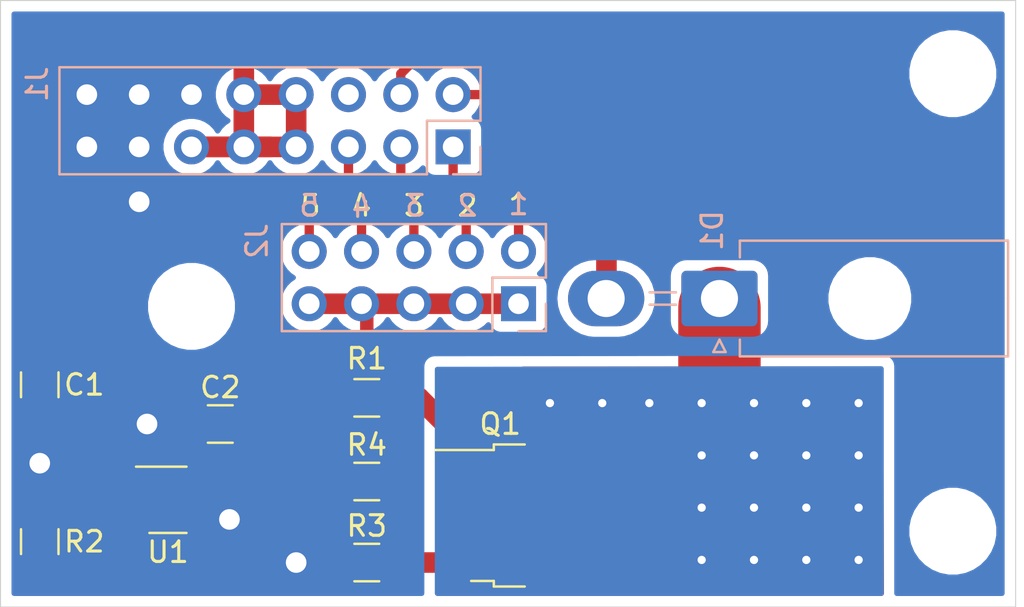
<source format=kicad_pcb>
(kicad_pcb (version 20171130) (host pcbnew 5.1.5-52549c5~86~ubuntu18.04.1)

  (general
    (thickness 1.6)
    (drawings 14)
    (tracks 102)
    (zones 0)
    (modules 14)
    (nets 15)
  )

  (page A4)
  (layers
    (0 F.Cu signal)
    (31 B.Cu signal)
    (32 B.Adhes user)
    (33 F.Adhes user)
    (34 B.Paste user)
    (35 F.Paste user)
    (36 B.SilkS user)
    (37 F.SilkS user)
    (38 B.Mask user)
    (39 F.Mask user)
    (40 Dwgs.User user)
    (41 Cmts.User user)
    (42 Eco1.User user)
    (43 Eco2.User user)
    (44 Edge.Cuts user)
    (45 Margin user)
    (46 B.CrtYd user)
    (47 F.CrtYd user)
    (48 B.Fab user hide)
    (49 F.Fab user hide)
  )

  (setup
    (last_trace_width 0.25)
    (user_trace_width 0.45)
    (user_trace_width 0.65)
    (user_trace_width 1)
    (trace_clearance 0.2)
    (zone_clearance 0.508)
    (zone_45_only no)
    (trace_min 0.2)
    (via_size 0.8)
    (via_drill 0.4)
    (via_min_size 0.4)
    (via_min_drill 0.3)
    (user_via 2 1)
    (uvia_size 0.3)
    (uvia_drill 0.1)
    (uvias_allowed no)
    (uvia_min_size 0.2)
    (uvia_min_drill 0.1)
    (edge_width 0.05)
    (segment_width 0.2)
    (pcb_text_width 0.3)
    (pcb_text_size 1.5 1.5)
    (mod_edge_width 0.12)
    (mod_text_size 1 1)
    (mod_text_width 0.15)
    (pad_size 3 3)
    (pad_drill 3)
    (pad_to_mask_clearance 0.051)
    (solder_mask_min_width 0.25)
    (aux_axis_origin 0 0)
    (visible_elements FFFFFF7F)
    (pcbplotparams
      (layerselection 0x00000_7fffffff)
      (usegerberextensions false)
      (usegerberattributes false)
      (usegerberadvancedattributes false)
      (creategerberjobfile false)
      (excludeedgelayer true)
      (linewidth 0.100000)
      (plotframeref false)
      (viasonmask false)
      (mode 1)
      (useauxorigin false)
      (hpglpennumber 1)
      (hpglpenspeed 20)
      (hpglpendiameter 15.000000)
      (psnegative true)
      (psa4output false)
      (plotreference true)
      (plotvalue true)
      (plotinvisibletext false)
      (padsonsilk false)
      (subtractmaskfromsilk false)
      (outputformat 5)
      (mirror true)
      (drillshape 2)
      (scaleselection 1)
      (outputdirectory ""))
  )

  (net 0 "")
  (net 1 /UV_LED_DRIVER_MODULE/LED_CATHODE_OUT)
  (net 2 /UV_PWM)
  (net 3 GNDS)
  (net 4 VPP)
  (net 5 "Net-(C2-Pad1)")
  (net 6 "Net-(J1-Pad6)")
  (net 7 /LED_PWM_OUT5)
  (net 8 /LED_PWM_OUT4)
  (net 9 /LED_PWM_OUT3)
  (net 10 /LED_PWM_OUT2)
  (net 11 /LED_PWM_OUT1)
  (net 12 "Net-(Q1-Pad3)")
  (net 13 "Net-(Q1-Pad1)")
  (net 14 "Net-(U1-Pad1)")

  (net_class Default "This is the default net class."
    (clearance 0.2)
    (trace_width 0.25)
    (via_dia 0.8)
    (via_drill 0.4)
    (uvia_dia 0.3)
    (uvia_drill 0.1)
    (add_net /LED_PWM_OUT1)
    (add_net /LED_PWM_OUT2)
    (add_net /LED_PWM_OUT3)
    (add_net /LED_PWM_OUT4)
    (add_net /LED_PWM_OUT5)
    (add_net /UV_LED_DRIVER_MODULE/LED_CATHODE_OUT)
    (add_net /UV_PWM)
    (add_net GNDS)
    (add_net "Net-(C2-Pad1)")
    (add_net "Net-(J1-Pad6)")
    (add_net "Net-(Q1-Pad1)")
    (add_net "Net-(Q1-Pad3)")
    (add_net "Net-(U1-Pad1)")
    (add_net VPP)
  )

  (module Connector_Molex:Molex_Mini-Fit_Jr_5569-02A2_2x01_P4.20mm_Horizontal (layer B.Cu) (tedit 5B7818E8) (tstamp 5EAD7F78)
    (at 181.7116 73.914 90)
    (descr "Molex Mini-Fit Jr. Power Connectors, old mpn/engineering number: 5569-02A2, example for new mpn: 39-30-0020, 1 Pins per row, Mounting: Snap-in Plastic Peg PCB Lock (http://www.molex.com/pdm_docs/sd/039300020_sd.pdf), generated with kicad-footprint-generator")
    (tags "connector Molex Mini-Fit_Jr top entryplastic_peg")
    (path /5EA4E981)
    (fp_text reference D1 (at 3.302 -0.3556 270) (layer B.SilkS)
      (effects (font (size 1 1) (thickness 0.15)) (justify mirror))
    )
    (fp_text value LED_Series (at 0 -8.55 90) (layer B.Fab)
      (effects (font (size 1 1) (thickness 0.15)) (justify mirror))
    )
    (fp_text user %R (at 0 13.2 90) (layer B.Fab)
      (effects (font (size 1 1) (thickness 0.15)) (justify mirror))
    )
    (fp_line (start 3.2 14.4) (end -3.2 14.4) (layer B.CrtYd) (width 0.05))
    (fp_line (start 3.2 -7.85) (end 3.2 14.4) (layer B.CrtYd) (width 0.05))
    (fp_line (start -3.2 -7.85) (end 3.2 -7.85) (layer B.CrtYd) (width 0.05))
    (fp_line (start -3.2 14.4) (end -3.2 -7.85) (layer B.CrtYd) (width 0.05))
    (fp_line (start 0 2.514214) (end 1 1.1) (layer B.Fab) (width 0.1))
    (fp_line (start -1 1.1) (end 0 2.514214) (layer B.Fab) (width 0.1))
    (fp_line (start -2.6 0.3) (end -2 0) (layer B.SilkS) (width 0.12))
    (fp_line (start -2.6 -0.3) (end -2.6 0.3) (layer B.SilkS) (width 0.12))
    (fp_line (start -2 0) (end -2.6 -0.3) (layer B.SilkS) (width 0.12))
    (fp_line (start 0.3 -2.11) (end 0.3 -3.39) (layer B.SilkS) (width 0.12))
    (fp_line (start -0.3 -2.11) (end -0.3 -3.39) (layer B.SilkS) (width 0.12))
    (fp_line (start 2.81 14.01) (end 0 14.01) (layer B.SilkS) (width 0.12))
    (fp_line (start 2.81 0.99) (end 2.81 14.01) (layer B.SilkS) (width 0.12))
    (fp_line (start 2 0.99) (end 2.81 0.99) (layer B.SilkS) (width 0.12))
    (fp_line (start -2.81 14.01) (end 0 14.01) (layer B.SilkS) (width 0.12))
    (fp_line (start -2.81 0.99) (end -2.81 14.01) (layer B.SilkS) (width 0.12))
    (fp_line (start -2 0.99) (end -2.81 0.99) (layer B.SilkS) (width 0.12))
    (fp_line (start 2.7 13.9) (end -2.7 13.9) (layer B.Fab) (width 0.1))
    (fp_line (start 2.7 1.1) (end 2.7 13.9) (layer B.Fab) (width 0.1))
    (fp_line (start -2.7 1.1) (end 2.7 1.1) (layer B.Fab) (width 0.1))
    (fp_line (start -2.7 13.9) (end -2.7 1.1) (layer B.Fab) (width 0.1))
    (pad "" np_thru_hole circle (at 0 7.3 90) (size 3 3) (drill 3) (layers *.Cu *.Mask))
    (pad 2 thru_hole oval (at 0 -5.5 90) (size 2.7 3.7) (drill 1.8) (layers *.Cu *.Mask)
      (net 4 VPP))
    (pad 1 thru_hole roundrect (at 0 0 90) (size 2.7 3.7) (drill 1.8) (layers *.Cu *.Mask) (roundrect_rratio 0.09259299999999999)
      (net 1 /UV_LED_DRIVER_MODULE/LED_CATHODE_OUT))
    (model ${KIPRJMOD}/3D/39301020.stp
      (offset (xyz 0 14 0))
      (scale (xyz 1 1 1))
      (rotate (xyz -90 0 180))
    )
  )

  (module MountingHole:MountingHole_3.2mm_M3 locked (layer F.Cu) (tedit 56D1B4CB) (tstamp 5EAD82C3)
    (at 193.04 62.992)
    (descr "Mounting Hole 3.2mm, no annular, M3")
    (tags "mounting hole 3.2mm no annular m3")
    (attr virtual)
    (fp_text reference REF** (at 6.096 -2.54) (layer F.SilkS) hide
      (effects (font (size 1 1) (thickness 0.15)))
    )
    (fp_text value MountingHole_3.2mm_M3 (at 0 4.2) (layer F.Fab)
      (effects (font (size 1 1) (thickness 0.15)))
    )
    (fp_circle (center 0 0) (end 3.45 0) (layer F.CrtYd) (width 0.05))
    (fp_circle (center 0 0) (end 3.2 0) (layer Cmts.User) (width 0.15))
    (fp_text user %R (at 0.3 0) (layer F.Fab)
      (effects (font (size 1 1) (thickness 0.15)))
    )
    (pad 1 np_thru_hole circle (at 0 0) (size 3.2 3.2) (drill 3.2) (layers *.Cu *.Mask))
  )

  (module MountingHole:MountingHole_3.2mm_M3 locked (layer F.Cu) (tedit 56D1B4CB) (tstamp 5EAD7D48)
    (at 193.04 85.217)
    (descr "Mounting Hole 3.2mm, no annular, M3")
    (tags "mounting hole 3.2mm no annular m3")
    (attr virtual)
    (fp_text reference REF** (at 6.096 -2.54) (layer F.SilkS) hide
      (effects (font (size 1 1) (thickness 0.15)))
    )
    (fp_text value MountingHole_3.2mm_M3 (at 0 4.2) (layer F.Fab)
      (effects (font (size 1 1) (thickness 0.15)))
    )
    (fp_text user %R (at 0.3 0) (layer F.Fab)
      (effects (font (size 1 1) (thickness 0.15)))
    )
    (fp_circle (center 0 0) (end 3.2 0) (layer Cmts.User) (width 0.15))
    (fp_circle (center 0 0) (end 3.45 0) (layer F.CrtYd) (width 0.05))
    (pad 1 np_thru_hole circle (at 0 0) (size 3.2 3.2) (drill 3.2) (layers *.Cu *.Mask))
  )

  (module MountingHole:MountingHole_3.2mm_M3 locked (layer F.Cu) (tedit 56D1B4CB) (tstamp 5EAD9209)
    (at 156.083 74.295)
    (descr "Mounting Hole 3.2mm, no annular, M3")
    (tags "mounting hole 3.2mm no annular m3")
    (attr virtual)
    (fp_text reference REF** (at -17.145 -2.032) (layer F.SilkS) hide
      (effects (font (size 1 1) (thickness 0.15)))
    )
    (fp_text value MountingHole_3.2mm_M3 (at 0 4.2) (layer F.Fab)
      (effects (font (size 1 1) (thickness 0.15)))
    )
    (fp_circle (center 0 0) (end 3.45 0) (layer F.CrtYd) (width 0.05))
    (fp_circle (center 0 0) (end 3.2 0) (layer Cmts.User) (width 0.15))
    (fp_text user %R (at 0.3 0) (layer F.Fab)
      (effects (font (size 1 1) (thickness 0.15)))
    )
    (pad 1 np_thru_hole circle (at 0 0) (size 3.2 3.2) (drill 3.2) (layers *.Cu *.Mask))
  )

  (module Package_TO_SOT_SMD:SOT-23-5 (layer F.Cu) (tedit 5A02FF57) (tstamp 5EACD696)
    (at 154.94 83.693)
    (descr "5-pin SOT23 package")
    (tags SOT-23-5)
    (path /5EA57624/5EAB897C)
    (attr smd)
    (fp_text reference U1 (at 0 2.54) (layer F.SilkS)
      (effects (font (size 1 1) (thickness 0.15)))
    )
    (fp_text value MCP1416 (at 0 2.9) (layer F.Fab)
      (effects (font (size 1 1) (thickness 0.15)))
    )
    (fp_line (start 0.9 -1.55) (end 0.9 1.55) (layer F.Fab) (width 0.1))
    (fp_line (start 0.9 1.55) (end -0.9 1.55) (layer F.Fab) (width 0.1))
    (fp_line (start -0.9 -0.9) (end -0.9 1.55) (layer F.Fab) (width 0.1))
    (fp_line (start 0.9 -1.55) (end -0.25 -1.55) (layer F.Fab) (width 0.1))
    (fp_line (start -0.9 -0.9) (end -0.25 -1.55) (layer F.Fab) (width 0.1))
    (fp_line (start -1.9 1.8) (end -1.9 -1.8) (layer F.CrtYd) (width 0.05))
    (fp_line (start 1.9 1.8) (end -1.9 1.8) (layer F.CrtYd) (width 0.05))
    (fp_line (start 1.9 -1.8) (end 1.9 1.8) (layer F.CrtYd) (width 0.05))
    (fp_line (start -1.9 -1.8) (end 1.9 -1.8) (layer F.CrtYd) (width 0.05))
    (fp_line (start 0.9 -1.61) (end -1.55 -1.61) (layer F.SilkS) (width 0.12))
    (fp_line (start -0.9 1.61) (end 0.9 1.61) (layer F.SilkS) (width 0.12))
    (fp_text user %R (at 0 0 90) (layer F.Fab)
      (effects (font (size 0.5 0.5) (thickness 0.075)))
    )
    (pad 5 smd rect (at 1.1 -0.95) (size 1.06 0.65) (layers F.Cu F.Paste F.Mask)
      (net 5 "Net-(C2-Pad1)"))
    (pad 4 smd rect (at 1.1 0.95) (size 1.06 0.65) (layers F.Cu F.Paste F.Mask)
      (net 3 GNDS))
    (pad 3 smd rect (at -1.1 0.95) (size 1.06 0.65) (layers F.Cu F.Paste F.Mask)
      (net 2 /UV_PWM))
    (pad 2 smd rect (at -1.1 0) (size 1.06 0.65) (layers F.Cu F.Paste F.Mask)
      (net 4 VPP))
    (pad 1 smd rect (at -1.1 -0.95) (size 1.06 0.65) (layers F.Cu F.Paste F.Mask)
      (net 14 "Net-(U1-Pad1)"))
    (model ${KISYS3DMOD}/Package_TO_SOT_SMD.3dshapes/SOT-23-5.wrl
      (at (xyz 0 0 0))
      (scale (xyz 1 1 1))
      (rotate (xyz 0 0 0))
    )
  )

  (module Resistor_SMD:R_1206_3216Metric_Pad1.42x1.75mm_HandSolder (layer F.Cu) (tedit 5B301BBD) (tstamp 5EACD681)
    (at 164.592 82.804 180)
    (descr "Resistor SMD 1206 (3216 Metric), square (rectangular) end terminal, IPC_7351 nominal with elongated pad for handsoldering. (Body size source: http://www.tortai-tech.com/upload/download/2011102023233369053.pdf), generated with kicad-footprint-generator")
    (tags "resistor handsolder")
    (path /5EA57624/5EB06256)
    (attr smd)
    (fp_text reference R4 (at 0 1.778) (layer F.SilkS)
      (effects (font (size 1 1) (thickness 0.15)))
    )
    (fp_text value 1R (at 0 1.82) (layer F.Fab)
      (effects (font (size 1 1) (thickness 0.15)))
    )
    (fp_text user %R (at 0 0) (layer F.Fab)
      (effects (font (size 0.8 0.8) (thickness 0.12)))
    )
    (fp_line (start 2.45 1.12) (end -2.45 1.12) (layer F.CrtYd) (width 0.05))
    (fp_line (start 2.45 -1.12) (end 2.45 1.12) (layer F.CrtYd) (width 0.05))
    (fp_line (start -2.45 -1.12) (end 2.45 -1.12) (layer F.CrtYd) (width 0.05))
    (fp_line (start -2.45 1.12) (end -2.45 -1.12) (layer F.CrtYd) (width 0.05))
    (fp_line (start -0.602064 0.91) (end 0.602064 0.91) (layer F.SilkS) (width 0.12))
    (fp_line (start -0.602064 -0.91) (end 0.602064 -0.91) (layer F.SilkS) (width 0.12))
    (fp_line (start 1.6 0.8) (end -1.6 0.8) (layer F.Fab) (width 0.1))
    (fp_line (start 1.6 -0.8) (end 1.6 0.8) (layer F.Fab) (width 0.1))
    (fp_line (start -1.6 -0.8) (end 1.6 -0.8) (layer F.Fab) (width 0.1))
    (fp_line (start -1.6 0.8) (end -1.6 -0.8) (layer F.Fab) (width 0.1))
    (pad 2 smd roundrect (at 1.4875 0 180) (size 1.425 1.75) (layers F.Cu F.Paste F.Mask) (roundrect_rratio 0.175439)
      (net 3 GNDS))
    (pad 1 smd roundrect (at -1.4875 0 180) (size 1.425 1.75) (layers F.Cu F.Paste F.Mask) (roundrect_rratio 0.175439)
      (net 12 "Net-(Q1-Pad3)"))
    (model ${KISYS3DMOD}/Resistor_SMD.3dshapes/R_1206_3216Metric.wrl
      (at (xyz 0 0 0))
      (scale (xyz 1 1 1))
      (rotate (xyz 0 0 0))
    )
  )

  (module Resistor_SMD:R_1206_3216Metric_Pad1.42x1.75mm_HandSolder (layer F.Cu) (tedit 5B301BBD) (tstamp 5EACD670)
    (at 164.592 86.741 180)
    (descr "Resistor SMD 1206 (3216 Metric), square (rectangular) end terminal, IPC_7351 nominal with elongated pad for handsoldering. (Body size source: http://www.tortai-tech.com/upload/download/2011102023233369053.pdf), generated with kicad-footprint-generator")
    (tags "resistor handsolder")
    (path /5EA57624/5EB09A48)
    (attr smd)
    (fp_text reference R3 (at 0 1.778) (layer F.SilkS)
      (effects (font (size 1 1) (thickness 0.15)))
    )
    (fp_text value 1R (at 0 1.82) (layer F.Fab)
      (effects (font (size 1 1) (thickness 0.15)))
    )
    (fp_text user %R (at 0 0) (layer F.Fab)
      (effects (font (size 0.8 0.8) (thickness 0.12)))
    )
    (fp_line (start 2.45 1.12) (end -2.45 1.12) (layer F.CrtYd) (width 0.05))
    (fp_line (start 2.45 -1.12) (end 2.45 1.12) (layer F.CrtYd) (width 0.05))
    (fp_line (start -2.45 -1.12) (end 2.45 -1.12) (layer F.CrtYd) (width 0.05))
    (fp_line (start -2.45 1.12) (end -2.45 -1.12) (layer F.CrtYd) (width 0.05))
    (fp_line (start -0.602064 0.91) (end 0.602064 0.91) (layer F.SilkS) (width 0.12))
    (fp_line (start -0.602064 -0.91) (end 0.602064 -0.91) (layer F.SilkS) (width 0.12))
    (fp_line (start 1.6 0.8) (end -1.6 0.8) (layer F.Fab) (width 0.1))
    (fp_line (start 1.6 -0.8) (end 1.6 0.8) (layer F.Fab) (width 0.1))
    (fp_line (start -1.6 -0.8) (end 1.6 -0.8) (layer F.Fab) (width 0.1))
    (fp_line (start -1.6 0.8) (end -1.6 -0.8) (layer F.Fab) (width 0.1))
    (pad 2 smd roundrect (at 1.4875 0 180) (size 1.425 1.75) (layers F.Cu F.Paste F.Mask) (roundrect_rratio 0.175439)
      (net 3 GNDS))
    (pad 1 smd roundrect (at -1.4875 0 180) (size 1.425 1.75) (layers F.Cu F.Paste F.Mask) (roundrect_rratio 0.175439)
      (net 12 "Net-(Q1-Pad3)"))
    (model ${KISYS3DMOD}/Resistor_SMD.3dshapes/R_1206_3216Metric.wrl
      (at (xyz 0 0 0))
      (scale (xyz 1 1 1))
      (rotate (xyz 0 0 0))
    )
  )

  (module Resistor_SMD:R_1206_3216Metric_Pad1.42x1.75mm_HandSolder (layer F.Cu) (tedit 5B301BBD) (tstamp 5EACD63F)
    (at 164.592 78.74 180)
    (descr "Resistor SMD 1206 (3216 Metric), square (rectangular) end terminal, IPC_7351 nominal with elongated pad for handsoldering. (Body size source: http://www.tortai-tech.com/upload/download/2011102023233369053.pdf), generated with kicad-footprint-generator")
    (tags "resistor handsolder")
    (path /5EA57624/5EABAF09)
    (attr smd)
    (fp_text reference R1 (at 0 1.905) (layer F.SilkS)
      (effects (font (size 1 1) (thickness 0.15)))
    )
    (fp_text value 1K (at 0 1.82) (layer F.Fab)
      (effects (font (size 1 1) (thickness 0.15)))
    )
    (fp_text user %R (at 0 0) (layer F.Fab)
      (effects (font (size 0.8 0.8) (thickness 0.12)))
    )
    (fp_line (start 2.45 1.12) (end -2.45 1.12) (layer F.CrtYd) (width 0.05))
    (fp_line (start 2.45 -1.12) (end 2.45 1.12) (layer F.CrtYd) (width 0.05))
    (fp_line (start -2.45 -1.12) (end 2.45 -1.12) (layer F.CrtYd) (width 0.05))
    (fp_line (start -2.45 1.12) (end -2.45 -1.12) (layer F.CrtYd) (width 0.05))
    (fp_line (start -0.602064 0.91) (end 0.602064 0.91) (layer F.SilkS) (width 0.12))
    (fp_line (start -0.602064 -0.91) (end 0.602064 -0.91) (layer F.SilkS) (width 0.12))
    (fp_line (start 1.6 0.8) (end -1.6 0.8) (layer F.Fab) (width 0.1))
    (fp_line (start 1.6 -0.8) (end 1.6 0.8) (layer F.Fab) (width 0.1))
    (fp_line (start -1.6 -0.8) (end 1.6 -0.8) (layer F.Fab) (width 0.1))
    (fp_line (start -1.6 0.8) (end -1.6 -0.8) (layer F.Fab) (width 0.1))
    (pad 2 smd roundrect (at 1.4875 0 180) (size 1.425 1.75) (layers F.Cu F.Paste F.Mask) (roundrect_rratio 0.175439)
      (net 5 "Net-(C2-Pad1)"))
    (pad 1 smd roundrect (at -1.4875 0 180) (size 1.425 1.75) (layers F.Cu F.Paste F.Mask) (roundrect_rratio 0.175439)
      (net 13 "Net-(Q1-Pad1)"))
    (model ${KISYS3DMOD}/Resistor_SMD.3dshapes/R_1206_3216Metric.wrl
      (at (xyz 0 0 0))
      (scale (xyz 1 1 1))
      (rotate (xyz 0 0 0))
    )
  )

  (module Package_TO_SOT_SMD:TO-252-3_TabPin2 (layer F.Cu) (tedit 5A70F30B) (tstamp 5EACD62E)
    (at 173.228 84.455)
    (descr "TO-252 / DPAK SMD package, http://www.infineon.com/cms/en/product/packages/PG-TO252/PG-TO252-3-1/")
    (tags "DPAK TO-252 DPAK-3 TO-252-3 SOT-428")
    (path /5EA57624/5EB0B231)
    (attr smd)
    (fp_text reference Q1 (at -2.159 -4.445) (layer F.SilkS)
      (effects (font (size 1 1) (thickness 0.15)))
    )
    (fp_text value NTD60N02R (at 0 4.5) (layer F.Fab)
      (effects (font (size 1 1) (thickness 0.15)))
    )
    (fp_text user %R (at 0 0) (layer F.Fab)
      (effects (font (size 1 1) (thickness 0.15)))
    )
    (fp_line (start 5.55 -3.5) (end -5.55 -3.5) (layer F.CrtYd) (width 0.05))
    (fp_line (start 5.55 3.5) (end 5.55 -3.5) (layer F.CrtYd) (width 0.05))
    (fp_line (start -5.55 3.5) (end 5.55 3.5) (layer F.CrtYd) (width 0.05))
    (fp_line (start -5.55 -3.5) (end -5.55 3.5) (layer F.CrtYd) (width 0.05))
    (fp_line (start -2.47 3.18) (end -3.57 3.18) (layer F.SilkS) (width 0.12))
    (fp_line (start -2.47 3.45) (end -2.47 3.18) (layer F.SilkS) (width 0.12))
    (fp_line (start -0.97 3.45) (end -2.47 3.45) (layer F.SilkS) (width 0.12))
    (fp_line (start -2.47 -3.18) (end -5.3 -3.18) (layer F.SilkS) (width 0.12))
    (fp_line (start -2.47 -3.45) (end -2.47 -3.18) (layer F.SilkS) (width 0.12))
    (fp_line (start -0.97 -3.45) (end -2.47 -3.45) (layer F.SilkS) (width 0.12))
    (fp_line (start -4.97 2.655) (end -2.27 2.655) (layer F.Fab) (width 0.1))
    (fp_line (start -4.97 1.905) (end -4.97 2.655) (layer F.Fab) (width 0.1))
    (fp_line (start -2.27 1.905) (end -4.97 1.905) (layer F.Fab) (width 0.1))
    (fp_line (start -4.97 0.375) (end -2.27 0.375) (layer F.Fab) (width 0.1))
    (fp_line (start -4.97 -0.375) (end -4.97 0.375) (layer F.Fab) (width 0.1))
    (fp_line (start -2.27 -0.375) (end -4.97 -0.375) (layer F.Fab) (width 0.1))
    (fp_line (start -4.97 -1.905) (end -2.27 -1.905) (layer F.Fab) (width 0.1))
    (fp_line (start -4.97 -2.655) (end -4.97 -1.905) (layer F.Fab) (width 0.1))
    (fp_line (start -1.865 -2.655) (end -4.97 -2.655) (layer F.Fab) (width 0.1))
    (fp_line (start -1.27 -3.25) (end 3.95 -3.25) (layer F.Fab) (width 0.1))
    (fp_line (start -2.27 -2.25) (end -1.27 -3.25) (layer F.Fab) (width 0.1))
    (fp_line (start -2.27 3.25) (end -2.27 -2.25) (layer F.Fab) (width 0.1))
    (fp_line (start 3.95 3.25) (end -2.27 3.25) (layer F.Fab) (width 0.1))
    (fp_line (start 3.95 -3.25) (end 3.95 3.25) (layer F.Fab) (width 0.1))
    (fp_line (start 4.95 2.7) (end 3.95 2.7) (layer F.Fab) (width 0.1))
    (fp_line (start 4.95 -2.7) (end 4.95 2.7) (layer F.Fab) (width 0.1))
    (fp_line (start 3.95 -2.7) (end 4.95 -2.7) (layer F.Fab) (width 0.1))
    (pad "" smd rect (at 0.425 1.525) (size 3.05 2.75) (layers F.Paste))
    (pad "" smd rect (at 3.775 -1.525) (size 3.05 2.75) (layers F.Paste))
    (pad "" smd rect (at 0.425 -1.525) (size 3.05 2.75) (layers F.Paste))
    (pad "" smd rect (at 3.775 1.525) (size 3.05 2.75) (layers F.Paste))
    (pad 2 smd rect (at 2.1 0) (size 6.4 5.8) (layers F.Cu F.Mask)
      (net 1 /UV_LED_DRIVER_MODULE/LED_CATHODE_OUT))
    (pad 3 smd rect (at -4.2 2.28) (size 2.2 1.2) (layers F.Cu F.Paste F.Mask)
      (net 12 "Net-(Q1-Pad3)"))
    (pad 2 smd rect (at -4.2 0) (size 2.2 1.2) (layers F.Cu F.Paste F.Mask)
      (net 1 /UV_LED_DRIVER_MODULE/LED_CATHODE_OUT))
    (pad 1 smd rect (at -4.2 -2.28) (size 2.2 1.2) (layers F.Cu F.Paste F.Mask)
      (net 13 "Net-(Q1-Pad1)"))
    (model ${KISYS3DMOD}/Package_TO_SOT_SMD.3dshapes/TO-252-3_TabPin2.wrl
      (at (xyz 0 0 0))
      (scale (xyz 1 1 1))
      (rotate (xyz 0 0 0))
    )
  )

  (module Connector_PinHeader_2.54mm:PinHeader_2x05_P2.54mm_Vertical (layer B.Cu) (tedit 59FED5CC) (tstamp 5EACD606)
    (at 171.958 74.168 90)
    (descr "Through hole straight pin header, 2x05, 2.54mm pitch, double rows")
    (tags "Through hole pin header THT 2x05 2.54mm double row")
    (path /5EAEEAD7)
    (fp_text reference J2 (at 3.048 -12.7 270) (layer B.SilkS)
      (effects (font (size 1 1) (thickness 0.15)) (justify mirror))
    )
    (fp_text value Conn_02x05_Odd_Even (at 1.27 -12.49 90) (layer B.Fab)
      (effects (font (size 1 1) (thickness 0.15)) (justify mirror))
    )
    (fp_text user %R (at 1.27 -5.08 180) (layer B.Fab)
      (effects (font (size 1 1) (thickness 0.15)) (justify mirror))
    )
    (fp_line (start 4.35 1.8) (end -1.8 1.8) (layer B.CrtYd) (width 0.05))
    (fp_line (start 4.35 -11.95) (end 4.35 1.8) (layer B.CrtYd) (width 0.05))
    (fp_line (start -1.8 -11.95) (end 4.35 -11.95) (layer B.CrtYd) (width 0.05))
    (fp_line (start -1.8 1.8) (end -1.8 -11.95) (layer B.CrtYd) (width 0.05))
    (fp_line (start -1.33 1.33) (end 0 1.33) (layer B.SilkS) (width 0.12))
    (fp_line (start -1.33 0) (end -1.33 1.33) (layer B.SilkS) (width 0.12))
    (fp_line (start 1.27 1.33) (end 3.87 1.33) (layer B.SilkS) (width 0.12))
    (fp_line (start 1.27 -1.27) (end 1.27 1.33) (layer B.SilkS) (width 0.12))
    (fp_line (start -1.33 -1.27) (end 1.27 -1.27) (layer B.SilkS) (width 0.12))
    (fp_line (start 3.87 1.33) (end 3.87 -11.49) (layer B.SilkS) (width 0.12))
    (fp_line (start -1.33 -1.27) (end -1.33 -11.49) (layer B.SilkS) (width 0.12))
    (fp_line (start -1.33 -11.49) (end 3.87 -11.49) (layer B.SilkS) (width 0.12))
    (fp_line (start -1.27 0) (end 0 1.27) (layer B.Fab) (width 0.1))
    (fp_line (start -1.27 -11.43) (end -1.27 0) (layer B.Fab) (width 0.1))
    (fp_line (start 3.81 -11.43) (end -1.27 -11.43) (layer B.Fab) (width 0.1))
    (fp_line (start 3.81 1.27) (end 3.81 -11.43) (layer B.Fab) (width 0.1))
    (fp_line (start 0 1.27) (end 3.81 1.27) (layer B.Fab) (width 0.1))
    (pad 10 thru_hole oval (at 2.54 -10.16 90) (size 1.7 1.7) (drill 1) (layers *.Cu *.Mask)
      (net 7 /LED_PWM_OUT5))
    (pad 9 thru_hole oval (at 0 -10.16 90) (size 1.7 1.7) (drill 1) (layers *.Cu *.Mask)
      (net 2 /UV_PWM))
    (pad 8 thru_hole oval (at 2.54 -7.62 90) (size 1.7 1.7) (drill 1) (layers *.Cu *.Mask)
      (net 8 /LED_PWM_OUT4))
    (pad 7 thru_hole oval (at 0 -7.62 90) (size 1.7 1.7) (drill 1) (layers *.Cu *.Mask)
      (net 2 /UV_PWM))
    (pad 6 thru_hole oval (at 2.54 -5.08 90) (size 1.7 1.7) (drill 1) (layers *.Cu *.Mask)
      (net 9 /LED_PWM_OUT3))
    (pad 5 thru_hole oval (at 0 -5.08 90) (size 1.7 1.7) (drill 1) (layers *.Cu *.Mask)
      (net 2 /UV_PWM))
    (pad 4 thru_hole oval (at 2.54 -2.54 90) (size 1.7 1.7) (drill 1) (layers *.Cu *.Mask)
      (net 10 /LED_PWM_OUT2))
    (pad 3 thru_hole oval (at 0 -2.54 90) (size 1.7 1.7) (drill 1) (layers *.Cu *.Mask)
      (net 2 /UV_PWM))
    (pad 2 thru_hole oval (at 2.54 0 90) (size 1.7 1.7) (drill 1) (layers *.Cu *.Mask)
      (net 11 /LED_PWM_OUT1))
    (pad 1 thru_hole rect (at 0 0 90) (size 1.7 1.7) (drill 1) (layers *.Cu *.Mask)
      (net 2 /UV_PWM))
    (model ${KISYS3DMOD}/Connector_PinHeader_2.54mm.3dshapes/PinHeader_2x05_P2.54mm_Vertical.wrl
      (at (xyz 0 0 0))
      (scale (xyz 1 1 1))
      (rotate (xyz 0 0 0))
    )
  )

  (module Connector_PinHeader_2.54mm:PinHeader_2x08_P2.54mm_Vertical (layer B.Cu) (tedit 59FED5CC) (tstamp 5EACD5E6)
    (at 168.783 66.548 90)
    (descr "Through hole straight pin header, 2x08, 2.54mm pitch, double rows")
    (tags "Through hole pin header THT 2x08 2.54mm double row")
    (path /5EAD42BB)
    (fp_text reference J1 (at 3.048 -20.193 90) (layer B.SilkS)
      (effects (font (size 1 1) (thickness 0.15)) (justify mirror))
    )
    (fp_text value Conn_02x08_Odd_Even (at 1.27 -20.11 90) (layer B.Fab)
      (effects (font (size 1 1) (thickness 0.15)) (justify mirror))
    )
    (fp_text user %R (at 1.27 -8.89 180) (layer B.Fab)
      (effects (font (size 1 1) (thickness 0.15)) (justify mirror))
    )
    (fp_line (start 4.35 1.8) (end -1.8 1.8) (layer B.CrtYd) (width 0.05))
    (fp_line (start 4.35 -19.55) (end 4.35 1.8) (layer B.CrtYd) (width 0.05))
    (fp_line (start -1.8 -19.55) (end 4.35 -19.55) (layer B.CrtYd) (width 0.05))
    (fp_line (start -1.8 1.8) (end -1.8 -19.55) (layer B.CrtYd) (width 0.05))
    (fp_line (start -1.33 1.33) (end 0 1.33) (layer B.SilkS) (width 0.12))
    (fp_line (start -1.33 0) (end -1.33 1.33) (layer B.SilkS) (width 0.12))
    (fp_line (start 1.27 1.33) (end 3.87 1.33) (layer B.SilkS) (width 0.12))
    (fp_line (start 1.27 -1.27) (end 1.27 1.33) (layer B.SilkS) (width 0.12))
    (fp_line (start -1.33 -1.27) (end 1.27 -1.27) (layer B.SilkS) (width 0.12))
    (fp_line (start 3.87 1.33) (end 3.87 -19.11) (layer B.SilkS) (width 0.12))
    (fp_line (start -1.33 -1.27) (end -1.33 -19.11) (layer B.SilkS) (width 0.12))
    (fp_line (start -1.33 -19.11) (end 3.87 -19.11) (layer B.SilkS) (width 0.12))
    (fp_line (start -1.27 0) (end 0 1.27) (layer B.Fab) (width 0.1))
    (fp_line (start -1.27 -19.05) (end -1.27 0) (layer B.Fab) (width 0.1))
    (fp_line (start 3.81 -19.05) (end -1.27 -19.05) (layer B.Fab) (width 0.1))
    (fp_line (start 3.81 1.27) (end 3.81 -19.05) (layer B.Fab) (width 0.1))
    (fp_line (start 0 1.27) (end 3.81 1.27) (layer B.Fab) (width 0.1))
    (pad 16 thru_hole oval (at 2.54 -17.78 90) (size 1.7 1.7) (drill 1) (layers *.Cu *.Mask)
      (net 3 GNDS))
    (pad 15 thru_hole oval (at 0 -17.78 90) (size 1.7 1.7) (drill 1) (layers *.Cu *.Mask)
      (net 3 GNDS))
    (pad 14 thru_hole oval (at 2.54 -15.24 90) (size 1.7 1.7) (drill 1) (layers *.Cu *.Mask)
      (net 3 GNDS))
    (pad 13 thru_hole oval (at 0 -15.24 90) (size 1.7 1.7) (drill 1) (layers *.Cu *.Mask)
      (net 3 GNDS))
    (pad 12 thru_hole oval (at 2.54 -12.7 90) (size 1.7 1.7) (drill 1) (layers *.Cu *.Mask)
      (net 3 GNDS))
    (pad 11 thru_hole oval (at 0 -12.7 90) (size 1.7 1.7) (drill 1) (layers *.Cu *.Mask)
      (net 4 VPP))
    (pad 10 thru_hole oval (at 2.54 -10.16 90) (size 1.7 1.7) (drill 1) (layers *.Cu *.Mask)
      (net 4 VPP))
    (pad 9 thru_hole oval (at 0 -10.16 90) (size 1.7 1.7) (drill 1) (layers *.Cu *.Mask)
      (net 4 VPP))
    (pad 8 thru_hole oval (at 2.54 -7.62 90) (size 1.7 1.7) (drill 1) (layers *.Cu *.Mask)
      (net 4 VPP))
    (pad 7 thru_hole oval (at 0 -7.62 90) (size 1.7 1.7) (drill 1) (layers *.Cu *.Mask)
      (net 4 VPP))
    (pad 6 thru_hole oval (at 2.54 -5.08 90) (size 1.7 1.7) (drill 1) (layers *.Cu *.Mask)
      (net 6 "Net-(J1-Pad6)"))
    (pad 5 thru_hole oval (at 0 -5.08 90) (size 1.7 1.7) (drill 1) (layers *.Cu *.Mask)
      (net 7 /LED_PWM_OUT5))
    (pad 4 thru_hole oval (at 2.54 -2.54 90) (size 1.7 1.7) (drill 1) (layers *.Cu *.Mask)
      (net 11 /LED_PWM_OUT1))
    (pad 3 thru_hole oval (at 0 -2.54 90) (size 1.7 1.7) (drill 1) (layers *.Cu *.Mask)
      (net 8 /LED_PWM_OUT4))
    (pad 2 thru_hole oval (at 2.54 0 90) (size 1.7 1.7) (drill 1) (layers *.Cu *.Mask)
      (net 10 /LED_PWM_OUT2))
    (pad 1 thru_hole rect (at 0 0 90) (size 1.7 1.7) (drill 1) (layers *.Cu *.Mask)
      (net 9 /LED_PWM_OUT3))
    (model ${KISYS3DMOD}/Connector_PinHeader_2.54mm.3dshapes/PinHeader_2x08_P2.54mm_Vertical.wrl
      (at (xyz 0 0 0))
      (scale (xyz 1 1 1))
      (rotate (xyz 0 0 0))
    )
  )

  (module Capacitor_SMD:C_1206_3216Metric_Pad1.42x1.75mm_HandSolder (layer F.Cu) (tedit 5B301BBE) (tstamp 5EACD578)
    (at 157.48 80.01 180)
    (descr "Capacitor SMD 1206 (3216 Metric), square (rectangular) end terminal, IPC_7351 nominal with elongated pad for handsoldering. (Body size source: http://www.tortai-tech.com/upload/download/2011102023233369053.pdf), generated with kicad-footprint-generator")
    (tags "capacitor handsolder")
    (path /5EA57624/5EABDD80)
    (attr smd)
    (fp_text reference C2 (at 0 1.778) (layer F.SilkS)
      (effects (font (size 1 1) (thickness 0.15)))
    )
    (fp_text value 100nF (at 0 1.82) (layer F.Fab)
      (effects (font (size 1 1) (thickness 0.15)))
    )
    (fp_text user %R (at 0 0) (layer F.Fab)
      (effects (font (size 0.8 0.8) (thickness 0.12)))
    )
    (fp_line (start 2.45 1.12) (end -2.45 1.12) (layer F.CrtYd) (width 0.05))
    (fp_line (start 2.45 -1.12) (end 2.45 1.12) (layer F.CrtYd) (width 0.05))
    (fp_line (start -2.45 -1.12) (end 2.45 -1.12) (layer F.CrtYd) (width 0.05))
    (fp_line (start -2.45 1.12) (end -2.45 -1.12) (layer F.CrtYd) (width 0.05))
    (fp_line (start -0.602064 0.91) (end 0.602064 0.91) (layer F.SilkS) (width 0.12))
    (fp_line (start -0.602064 -0.91) (end 0.602064 -0.91) (layer F.SilkS) (width 0.12))
    (fp_line (start 1.6 0.8) (end -1.6 0.8) (layer F.Fab) (width 0.1))
    (fp_line (start 1.6 -0.8) (end 1.6 0.8) (layer F.Fab) (width 0.1))
    (fp_line (start -1.6 -0.8) (end 1.6 -0.8) (layer F.Fab) (width 0.1))
    (fp_line (start -1.6 0.8) (end -1.6 -0.8) (layer F.Fab) (width 0.1))
    (pad 2 smd roundrect (at 1.4875 0 180) (size 1.425 1.75) (layers F.Cu F.Paste F.Mask) (roundrect_rratio 0.175439)
      (net 3 GNDS))
    (pad 1 smd roundrect (at -1.4875 0 180) (size 1.425 1.75) (layers F.Cu F.Paste F.Mask) (roundrect_rratio 0.175439)
      (net 5 "Net-(C2-Pad1)"))
    (model ${KISYS3DMOD}/Capacitor_SMD.3dshapes/C_1206_3216Metric.wrl
      (at (xyz 0 0 0))
      (scale (xyz 1 1 1))
      (rotate (xyz 0 0 0))
    )
  )

  (module Capacitor_SMD:C_1206_3216Metric_Pad1.42x1.75mm_HandSolder (layer F.Cu) (tedit 5B301BBE) (tstamp 5EACD567)
    (at 148.717 78.105 270)
    (descr "Capacitor SMD 1206 (3216 Metric), square (rectangular) end terminal, IPC_7351 nominal with elongated pad for handsoldering. (Body size source: http://www.tortai-tech.com/upload/download/2011102023233369053.pdf), generated with kicad-footprint-generator")
    (tags "capacitor handsolder")
    (path /5EA57624/5EAC5C30)
    (attr smd)
    (fp_text reference C1 (at 0 -2.159 180) (layer F.SilkS)
      (effects (font (size 1 1) (thickness 0.15)))
    )
    (fp_text value 1uF (at 0 1.82 90) (layer F.Fab)
      (effects (font (size 1 1) (thickness 0.15)))
    )
    (fp_text user %R (at 0 0 90) (layer F.Fab)
      (effects (font (size 0.8 0.8) (thickness 0.12)))
    )
    (fp_line (start 2.45 1.12) (end -2.45 1.12) (layer F.CrtYd) (width 0.05))
    (fp_line (start 2.45 -1.12) (end 2.45 1.12) (layer F.CrtYd) (width 0.05))
    (fp_line (start -2.45 -1.12) (end 2.45 -1.12) (layer F.CrtYd) (width 0.05))
    (fp_line (start -2.45 1.12) (end -2.45 -1.12) (layer F.CrtYd) (width 0.05))
    (fp_line (start -0.602064 0.91) (end 0.602064 0.91) (layer F.SilkS) (width 0.12))
    (fp_line (start -0.602064 -0.91) (end 0.602064 -0.91) (layer F.SilkS) (width 0.12))
    (fp_line (start 1.6 0.8) (end -1.6 0.8) (layer F.Fab) (width 0.1))
    (fp_line (start 1.6 -0.8) (end 1.6 0.8) (layer F.Fab) (width 0.1))
    (fp_line (start -1.6 -0.8) (end 1.6 -0.8) (layer F.Fab) (width 0.1))
    (fp_line (start -1.6 0.8) (end -1.6 -0.8) (layer F.Fab) (width 0.1))
    (pad 2 smd roundrect (at 1.4875 0 270) (size 1.425 1.75) (layers F.Cu F.Paste F.Mask) (roundrect_rratio 0.175439)
      (net 3 GNDS))
    (pad 1 smd roundrect (at -1.4875 0 270) (size 1.425 1.75) (layers F.Cu F.Paste F.Mask) (roundrect_rratio 0.175439)
      (net 4 VPP))
    (model ${KISYS3DMOD}/Capacitor_SMD.3dshapes/C_1206_3216Metric.wrl
      (at (xyz 0 0 0))
      (scale (xyz 1 1 1))
      (rotate (xyz 0 0 0))
    )
  )

  (module Resistor_SMD:R_1206_3216Metric_Pad1.42x1.75mm_HandSolder (layer F.Cu) (tedit 5B301BBD) (tstamp 5EA507BB)
    (at 148.717 85.725 270)
    (descr "Resistor SMD 1206 (3216 Metric), square (rectangular) end terminal, IPC_7351 nominal with elongated pad for handsoldering. (Body size source: http://www.tortai-tech.com/upload/download/2011102023233369053.pdf), generated with kicad-footprint-generator")
    (tags "resistor handsolder")
    (path /5EA57624/5E9F2EED)
    (attr smd)
    (fp_text reference R2 (at 0 -2.159 180) (layer F.SilkS)
      (effects (font (size 1 1) (thickness 0.15)))
    )
    (fp_text value 10K (at 0 1.82 90) (layer F.Fab)
      (effects (font (size 1 1) (thickness 0.15)))
    )
    (fp_text user %R (at 0 0 90) (layer F.Fab)
      (effects (font (size 0.8 0.8) (thickness 0.12)))
    )
    (fp_line (start 2.45 1.12) (end -2.45 1.12) (layer F.CrtYd) (width 0.05))
    (fp_line (start 2.45 -1.12) (end 2.45 1.12) (layer F.CrtYd) (width 0.05))
    (fp_line (start -2.45 -1.12) (end 2.45 -1.12) (layer F.CrtYd) (width 0.05))
    (fp_line (start -2.45 1.12) (end -2.45 -1.12) (layer F.CrtYd) (width 0.05))
    (fp_line (start -0.602064 0.91) (end 0.602064 0.91) (layer F.SilkS) (width 0.12))
    (fp_line (start -0.602064 -0.91) (end 0.602064 -0.91) (layer F.SilkS) (width 0.12))
    (fp_line (start 1.6 0.8) (end -1.6 0.8) (layer F.Fab) (width 0.1))
    (fp_line (start 1.6 -0.8) (end 1.6 0.8) (layer F.Fab) (width 0.1))
    (fp_line (start -1.6 -0.8) (end 1.6 -0.8) (layer F.Fab) (width 0.1))
    (fp_line (start -1.6 0.8) (end -1.6 -0.8) (layer F.Fab) (width 0.1))
    (pad 2 smd roundrect (at 1.4875 0 270) (size 1.425 1.75) (layers F.Cu F.Paste F.Mask) (roundrect_rratio 0.175439)
      (net 2 /UV_PWM))
    (pad 1 smd roundrect (at -1.4875 0 270) (size 1.425 1.75) (layers F.Cu F.Paste F.Mask) (roundrect_rratio 0.175439)
      (net 3 GNDS))
    (model ${KISYS3DMOD}/Resistor_SMD.3dshapes/R_1206_3216Metric.wrl
      (at (xyz 0 0 0))
      (scale (xyz 1 1 1))
      (rotate (xyz 0 0 0))
    )
  )

  (gr_text 4 (at 164.338 69.469) (layer B.SilkS) (tstamp 5EAD987E)
    (effects (font (size 1 1) (thickness 0.15)) (justify mirror))
  )
  (gr_text 3 (at 166.9415 69.4055) (layer B.SilkS) (tstamp 5EAEC407)
    (effects (font (size 1 1) (thickness 0.15)) (justify mirror))
  )
  (gr_text 1 (at 171.958 69.342) (layer B.SilkS) (tstamp 5EAEC40D)
    (effects (font (size 1 1) (thickness 0.15)) (justify mirror))
  )
  (gr_text 2 (at 169.4815 69.4055) (layer B.SilkS) (tstamp 5EAEC40A)
    (effects (font (size 1 1) (thickness 0.15)) (justify mirror))
  )
  (gr_text 5 (at 161.798 69.4055) (layer B.SilkS) (tstamp 5EAEC410)
    (effects (font (size 1 1) (thickness 0.15)) (justify mirror))
  )
  (gr_text 4 (at 164.338 69.4055) (layer F.SilkS)
    (effects (font (size 1 1) (thickness 0.15)))
  )
  (gr_text 2 (at 169.4815 69.4055) (layer F.SilkS)
    (effects (font (size 1 1) (thickness 0.15)))
  )
  (gr_text 1 (at 171.958 69.342) (layer F.SilkS) (tstamp 5EAEC3ED)
    (effects (font (size 1 1) (thickness 0.15)))
  )
  (gr_text 3 (at 166.878 69.4055) (layer F.SilkS)
    (effects (font (size 1 1) (thickness 0.15)))
  )
  (gr_text 5 (at 161.8615 69.4055) (layer F.SilkS)
    (effects (font (size 1 1) (thickness 0.15)))
  )
  (gr_line (start 146.812 88.9) (end 146.812 59.436) (layer Edge.Cuts) (width 0.05) (tstamp 5EA50690))
  (gr_line (start 196.088 88.9) (end 146.812 88.9) (layer Edge.Cuts) (width 0.05))
  (gr_line (start 196.088 59.436) (end 196.088 88.9) (layer Edge.Cuts) (width 0.05))
  (gr_line (start 146.812 59.436) (end 196.088 59.436) (layer Edge.Cuts) (width 0.05))

  (segment (start 168.783 84.455) (end 176.988 84.455) (width 1) (layer F.Cu) (net 1))
  (segment (start 181.7116 74.3712) (end 181.7116 77.8764) (width 4) (layer F.Cu) (net 1))
  (via (at 178.308 78.994) (size 0.8) (drill 0.4) (layers F.Cu B.Cu) (net 1) (tstamp 5EADC9A3))
  (via (at 180.848 78.994) (size 0.8) (drill 0.4) (layers F.Cu B.Cu) (net 1) (tstamp 5EADC9A5))
  (via (at 183.388 78.994) (size 0.8) (drill 0.4) (layers F.Cu B.Cu) (net 1) (tstamp 5EADC9A7))
  (via (at 185.928 78.994) (size 0.8) (drill 0.4) (layers F.Cu B.Cu) (net 1) (tstamp 5EADC9A9))
  (via (at 188.468 78.994) (size 0.8) (drill 0.4) (layers F.Cu B.Cu) (net 1) (tstamp 5EADC9AB))
  (via (at 180.848 81.534) (size 0.8) (drill 0.4) (layers F.Cu B.Cu) (net 1) (tstamp 5EADC9AF))
  (via (at 183.388 81.534) (size 0.8) (drill 0.4) (layers F.Cu B.Cu) (net 1) (tstamp 5EADC9B1))
  (via (at 185.928 81.534) (size 0.8) (drill 0.4) (layers F.Cu B.Cu) (net 1) (tstamp 5EADC9B3))
  (via (at 188.468 81.534) (size 0.8) (drill 0.4) (layers F.Cu B.Cu) (net 1) (tstamp 5EADC9B5))
  (via (at 180.848 84.074) (size 0.8) (drill 0.4) (layers F.Cu B.Cu) (net 1) (tstamp 5EADC9B9))
  (via (at 183.388 84.074) (size 0.8) (drill 0.4) (layers F.Cu B.Cu) (net 1) (tstamp 5EADC9BB))
  (via (at 185.928 84.074) (size 0.8) (drill 0.4) (layers F.Cu B.Cu) (net 1) (tstamp 5EADC9BD))
  (via (at 188.468 84.074) (size 0.8) (drill 0.4) (layers F.Cu B.Cu) (net 1) (tstamp 5EADC9BF))
  (via (at 180.848 86.614) (size 0.8) (drill 0.4) (layers F.Cu B.Cu) (net 1) (tstamp 5EADC9C3))
  (via (at 183.388 86.614) (size 0.8) (drill 0.4) (layers F.Cu B.Cu) (net 1) (tstamp 5EADC9C5))
  (via (at 185.928 86.614) (size 0.8) (drill 0.4) (layers F.Cu B.Cu) (net 1) (tstamp 5EADC9C7))
  (via (at 188.468 86.614) (size 0.8) (drill 0.4) (layers F.Cu B.Cu) (net 1) (tstamp 5EADC9C9))
  (via (at 173.482 78.994) (size 0.8) (drill 0.4) (layers F.Cu B.Cu) (net 1) (tstamp 5EADCB9A))
  (via (at 176.022 78.994) (size 0.8) (drill 0.4) (layers F.Cu B.Cu) (net 1) (tstamp 5EADCB9D))
  (segment (start 161.798 74.168) (end 171.958 74.168) (width 1) (layer F.Cu) (net 2))
  (segment (start 148.717 87.2125) (end 149.225 87.2125) (width 0.65) (layer F.Cu) (net 2))
  (segment (start 148.7535 87.249) (end 148.717 87.2125) (width 0.65) (layer F.Cu) (net 2))
  (segment (start 153.797 87.249) (end 148.7535 87.249) (width 0.65) (layer F.Cu) (net 2))
  (segment (start 164.592 80.645) (end 164.592 74.422) (width 0.65) (layer F.Cu) (net 2))
  (segment (start 161.671 80.645) (end 164.592 80.645) (width 0.65) (layer F.Cu) (net 2))
  (segment (start 153.84 84.643) (end 153.84 87.165) (width 0.65) (layer F.Cu) (net 2))
  (segment (start 153.84 87.165) (end 153.924 87.249) (width 0.65) (layer F.Cu) (net 2))
  (segment (start 153.924 87.249) (end 157.988 87.249) (width 0.65) (layer F.Cu) (net 2))
  (segment (start 157.988 87.249) (end 160.528 84.709) (width 0.65) (layer F.Cu) (net 2))
  (segment (start 160.528 84.709) (end 160.528 81.788) (width 0.65) (layer F.Cu) (net 2))
  (segment (start 164.592 74.422) (end 164.338 74.168) (width 0.65) (layer F.Cu) (net 2))
  (segment (start 160.528 81.788) (end 161.671 80.645) (width 0.65) (layer F.Cu) (net 2))
  (segment (start 151.003 66.548) (end 151.003 64.008) (width 1) (layer F.Cu) (net 3))
  (segment (start 151.003 64.008) (end 156.083 64.008) (width 1) (layer F.Cu) (net 3))
  (segment (start 153.543 66.548) (end 153.543 64.008) (width 1) (layer F.Cu) (net 3))
  (segment (start 153.543 66.548) (end 151.003 66.548) (width 1) (layer F.Cu) (net 3))
  (segment (start 155.9925 80.01) (end 153.924 80.01) (width 1) (layer F.Cu) (net 3))
  (via (at 153.924 80.01) (size 2) (drill 1) (layers F.Cu B.Cu) (net 3))
  (segment (start 148.717 84.2375) (end 148.717 81.915) (width 1) (layer F.Cu) (net 3))
  (via (at 148.717 81.915) (size 2) (drill 1) (layers F.Cu B.Cu) (net 3))
  (segment (start 148.717 79.5925) (end 148.717 81.915) (width 1) (layer F.Cu) (net 3))
  (via (at 153.543 69.215) (size 2) (drill 1) (layers F.Cu B.Cu) (net 3))
  (segment (start 153.543 66.548) (end 153.543 69.215) (width 1) (layer F.Cu) (net 3))
  (segment (start 161.163 86.741) (end 163.1045 86.741) (width 1) (layer F.Cu) (net 3))
  (via (at 161.163 86.741) (size 2) (drill 1) (layers F.Cu B.Cu) (net 3))
  (segment (start 163.1045 82.804) (end 163.1045 86.741) (width 1) (layer F.Cu) (net 3))
  (via (at 157.9245 84.6455) (size 2) (drill 1) (layers F.Cu B.Cu) (net 3))
  (segment (start 157.922 84.643) (end 156.04 84.643) (width 0.65) (layer F.Cu) (net 3))
  (segment (start 157.9245 84.6455) (end 157.922 84.643) (width 0.65) (layer F.Cu) (net 3))
  (segment (start 156.083 66.548) (end 159.893 66.548) (width 1) (layer F.Cu) (net 4))
  (segment (start 161.163 66.548) (end 158.623 66.548) (width 1) (layer F.Cu) (net 4))
  (segment (start 161.163 66.548) (end 161.163 64.008) (width 1) (layer F.Cu) (net 4))
  (segment (start 161.163 64.008) (end 158.623 64.008) (width 1) (layer F.Cu) (net 4))
  (segment (start 158.623 64.008) (end 158.623 66.548) (width 1) (layer F.Cu) (net 4))
  (segment (start 156.083 66.548) (end 158.623 66.548) (width 1) (layer F.Cu) (net 4))
  (segment (start 158.623 64.008) (end 158.623 60.706) (width 1) (layer F.Cu) (net 4))
  (segment (start 148.717 76.6175) (end 149.225 76.6175) (width 1) (layer F.Cu) (net 4))
  (segment (start 151.638 83.693) (end 153.84 83.693) (width 0.65) (layer F.Cu) (net 4))
  (segment (start 148.717 76.6175) (end 151.5475 76.6175) (width 0.65) (layer F.Cu) (net 4))
  (segment (start 151.638 76.708) (end 151.638 83.693) (width 0.65) (layer F.Cu) (net 4))
  (segment (start 151.5475 76.6175) (end 151.638 76.708) (width 0.65) (layer F.Cu) (net 4))
  (segment (start 148.717 60.96) (end 148.717 76.6175) (width 1) (layer F.Cu) (net 4))
  (segment (start 148.971 60.706) (end 148.717 60.96) (width 1) (layer F.Cu) (net 4))
  (segment (start 176.2252 60.706) (end 148.971 60.706) (width 1) (layer F.Cu) (net 4))
  (segment (start 176.2116 73.914) (end 176.2252 73.914) (width 1) (layer F.Cu) (net 4))
  (segment (start 176.2252 73.914) (end 176.2252 60.706) (width 1) (layer F.Cu) (net 4))
  (segment (start 158.961 80.0165) (end 158.9675 80.01) (width 0.65) (layer F.Cu) (net 5))
  (segment (start 159.512 78.74) (end 163.1045 78.74) (width 1) (layer F.Cu) (net 5))
  (segment (start 158.9675 80.01) (end 158.9675 79.2845) (width 1) (layer F.Cu) (net 5))
  (segment (start 158.9675 79.2845) (end 159.512 78.74) (width 1) (layer F.Cu) (net 5))
  (segment (start 158.9675 82.0785) (end 158.9675 80.01) (width 0.65) (layer F.Cu) (net 5))
  (segment (start 156.04 82.743) (end 158.303 82.743) (width 0.65) (layer F.Cu) (net 5))
  (segment (start 158.303 82.743) (end 158.9675 82.0785) (width 0.65) (layer F.Cu) (net 5))
  (segment (start 163.703 68.199) (end 163.703 66.548) (width 0.45) (layer F.Cu) (net 7))
  (segment (start 161.798 71.628) (end 161.798 70.104) (width 0.45) (layer F.Cu) (net 7))
  (segment (start 161.798 70.104) (end 163.703 68.199) (width 0.45) (layer F.Cu) (net 7))
  (segment (start 164.338 71.628) (end 164.338 70.104) (width 0.45) (layer F.Cu) (net 8))
  (segment (start 166.243 68.199) (end 166.243 66.548) (width 0.45) (layer F.Cu) (net 8))
  (segment (start 164.338 70.104) (end 166.243 68.199) (width 0.45) (layer F.Cu) (net 8))
  (segment (start 168.783 68.326) (end 168.783 66.548) (width 0.45) (layer F.Cu) (net 9))
  (segment (start 166.878 71.628) (end 166.878 70.231) (width 0.45) (layer F.Cu) (net 9))
  (segment (start 166.878 70.231) (end 168.783 68.326) (width 0.45) (layer F.Cu) (net 9))
  (segment (start 170.942 64.008) (end 168.783 64.008) (width 0.45) (layer F.Cu) (net 10))
  (segment (start 171.704 64.77) (end 170.942 64.008) (width 0.45) (layer F.Cu) (net 10))
  (segment (start 171.704 67.945) (end 171.704 64.77) (width 0.45) (layer F.Cu) (net 10))
  (segment (start 169.418 71.628) (end 169.418 70.231) (width 0.45) (layer F.Cu) (net 10))
  (segment (start 169.418 70.231) (end 171.704 67.945) (width 0.45) (layer F.Cu) (net 10))
  (segment (start 166.243 62.992) (end 166.243 64.008) (width 0.45) (layer F.Cu) (net 11))
  (segment (start 171.958 70.1675) (end 173.6725 68.453) (width 0.45) (layer F.Cu) (net 11))
  (segment (start 171.958 71.628) (end 171.958 70.1675) (width 0.45) (layer F.Cu) (net 11))
  (segment (start 173.6725 68.453) (end 173.6725 63.8175) (width 0.45) (layer F.Cu) (net 11))
  (segment (start 173.6725 63.8175) (end 172.085 62.23) (width 0.45) (layer F.Cu) (net 11))
  (segment (start 172.085 62.23) (end 167.005 62.23) (width 0.45) (layer F.Cu) (net 11))
  (segment (start 167.005 62.23) (end 166.243 62.992) (width 0.45) (layer F.Cu) (net 11))
  (segment (start 169.022 86.741) (end 169.028 86.735) (width 1) (layer F.Cu) (net 12))
  (segment (start 166.0795 86.741) (end 169.022 86.741) (width 1) (layer F.Cu) (net 12))
  (segment (start 166.0795 86.741) (end 166.0795 82.804) (width 1) (layer F.Cu) (net 12))
  (segment (start 166.0795 78.74) (end 167.132 78.74) (width 1) (layer F.Cu) (net 13))
  (segment (start 169.028 80.636) (end 169.028 82.175) (width 1) (layer F.Cu) (net 13))
  (segment (start 167.132 78.74) (end 169.028 80.636) (width 1) (layer F.Cu) (net 13))

  (zone (net 3) (net_name GNDS) (layer B.Cu) (tstamp 5EAEBE28) (hatch edge 0.508)
    (connect_pads yes (clearance 0.508))
    (min_thickness 0.254)
    (fill yes (arc_segments 32) (thermal_gap 0.508) (thermal_bridge_width 0.508))
    (polygon
      (pts
        (xy 196.088 88.9) (xy 146.812 88.9) (xy 146.812 59.436) (xy 196.088 59.436)
      )
    )
    (filled_polygon
      (pts
        (xy 195.428001 88.24) (xy 190.3222 88.24) (xy 190.3222 84.996872) (xy 190.805 84.996872) (xy 190.805 85.437128)
        (xy 190.89089 85.868925) (xy 191.059369 86.275669) (xy 191.303962 86.641729) (xy 191.615271 86.953038) (xy 191.981331 87.197631)
        (xy 192.388075 87.36611) (xy 192.819872 87.452) (xy 193.260128 87.452) (xy 193.691925 87.36611) (xy 194.098669 87.197631)
        (xy 194.464729 86.953038) (xy 194.776038 86.641729) (xy 195.020631 86.275669) (xy 195.18911 85.868925) (xy 195.275 85.437128)
        (xy 195.275 84.996872) (xy 195.18911 84.565075) (xy 195.020631 84.158331) (xy 194.776038 83.792271) (xy 194.464729 83.480962)
        (xy 194.098669 83.236369) (xy 193.691925 83.06789) (xy 193.260128 82.982) (xy 192.819872 82.982) (xy 192.388075 83.06789)
        (xy 191.981331 83.236369) (xy 191.615271 83.480962) (xy 191.303962 83.792271) (xy 191.059369 84.158331) (xy 190.89089 84.565075)
        (xy 190.805 84.996872) (xy 190.3222 84.996872) (xy 190.3222 77.2033) (xy 190.309854 77.078692) (xy 190.27358 76.959612)
        (xy 190.214772 76.849898) (xy 190.135689 76.753764) (xy 190.039371 76.674906) (xy 189.92952 76.616354) (xy 189.810356 76.580357)
        (xy 189.68646 76.5683) (xy 167.89326 76.5937) (xy 167.770118 76.605901) (xy 167.650996 76.642036) (xy 167.541213 76.700717)
        (xy 167.444987 76.779687) (xy 167.366017 76.875913) (xy 167.307336 76.985696) (xy 167.271201 77.104818) (xy 167.259 77.2287)
        (xy 167.259 88.24) (xy 147.472 88.24) (xy 147.472 74.074872) (xy 153.848 74.074872) (xy 153.848 74.515128)
        (xy 153.93389 74.946925) (xy 154.102369 75.353669) (xy 154.346962 75.719729) (xy 154.658271 76.031038) (xy 155.024331 76.275631)
        (xy 155.431075 76.44411) (xy 155.862872 76.53) (xy 156.303128 76.53) (xy 156.734925 76.44411) (xy 157.141669 76.275631)
        (xy 157.507729 76.031038) (xy 157.819038 75.719729) (xy 158.063631 75.353669) (xy 158.23211 74.946925) (xy 158.318 74.515128)
        (xy 158.318 74.074872) (xy 158.23211 73.643075) (xy 158.063631 73.236331) (xy 157.819038 72.870271) (xy 157.507729 72.558962)
        (xy 157.141669 72.314369) (xy 156.734925 72.14589) (xy 156.303128 72.06) (xy 155.862872 72.06) (xy 155.431075 72.14589)
        (xy 155.024331 72.314369) (xy 154.658271 72.558962) (xy 154.346962 72.870271) (xy 154.102369 73.236331) (xy 153.93389 73.643075)
        (xy 153.848 74.074872) (xy 147.472 74.074872) (xy 147.472 71.48174) (xy 160.313 71.48174) (xy 160.313 71.77426)
        (xy 160.370068 72.061158) (xy 160.48201 72.331411) (xy 160.644525 72.574632) (xy 160.851368 72.781475) (xy 161.02576 72.898)
        (xy 160.851368 73.014525) (xy 160.644525 73.221368) (xy 160.48201 73.464589) (xy 160.370068 73.734842) (xy 160.313 74.02174)
        (xy 160.313 74.31426) (xy 160.370068 74.601158) (xy 160.48201 74.871411) (xy 160.644525 75.114632) (xy 160.851368 75.321475)
        (xy 161.094589 75.48399) (xy 161.364842 75.595932) (xy 161.65174 75.653) (xy 161.94426 75.653) (xy 162.231158 75.595932)
        (xy 162.501411 75.48399) (xy 162.744632 75.321475) (xy 162.951475 75.114632) (xy 163.068 74.94024) (xy 163.184525 75.114632)
        (xy 163.391368 75.321475) (xy 163.634589 75.48399) (xy 163.904842 75.595932) (xy 164.19174 75.653) (xy 164.48426 75.653)
        (xy 164.771158 75.595932) (xy 165.041411 75.48399) (xy 165.284632 75.321475) (xy 165.491475 75.114632) (xy 165.608 74.94024)
        (xy 165.724525 75.114632) (xy 165.931368 75.321475) (xy 166.174589 75.48399) (xy 166.444842 75.595932) (xy 166.73174 75.653)
        (xy 167.02426 75.653) (xy 167.311158 75.595932) (xy 167.581411 75.48399) (xy 167.824632 75.321475) (xy 168.031475 75.114632)
        (xy 168.148 74.94024) (xy 168.264525 75.114632) (xy 168.471368 75.321475) (xy 168.714589 75.48399) (xy 168.984842 75.595932)
        (xy 169.27174 75.653) (xy 169.56426 75.653) (xy 169.851158 75.595932) (xy 170.121411 75.48399) (xy 170.364632 75.321475)
        (xy 170.496487 75.18962) (xy 170.518498 75.26218) (xy 170.577463 75.372494) (xy 170.656815 75.469185) (xy 170.753506 75.548537)
        (xy 170.86382 75.607502) (xy 170.983518 75.643812) (xy 171.108 75.656072) (xy 172.808 75.656072) (xy 172.932482 75.643812)
        (xy 173.05218 75.607502) (xy 173.162494 75.548537) (xy 173.259185 75.469185) (xy 173.338537 75.372494) (xy 173.397502 75.26218)
        (xy 173.433812 75.142482) (xy 173.446072 75.018) (xy 173.446072 73.914) (xy 173.716996 73.914) (xy 173.755322 74.303128)
        (xy 173.868826 74.677302) (xy 174.053147 75.022143) (xy 174.301202 75.324398) (xy 174.603457 75.572453) (xy 174.948298 75.756774)
        (xy 175.322472 75.870278) (xy 175.61409 75.899) (xy 176.80911 75.899) (xy 177.100728 75.870278) (xy 177.474902 75.756774)
        (xy 177.819743 75.572453) (xy 178.121998 75.324398) (xy 178.370053 75.022143) (xy 178.554374 74.677302) (xy 178.667878 74.303128)
        (xy 178.706204 73.914) (xy 178.667878 73.524872) (xy 178.554374 73.150698) (xy 178.374407 72.814001) (xy 179.223528 72.814001)
        (xy 179.223528 75.013999) (xy 179.240592 75.187253) (xy 179.291129 75.35385) (xy 179.373195 75.507386) (xy 179.483639 75.641961)
        (xy 179.618214 75.752405) (xy 179.77175 75.834471) (xy 179.938347 75.885008) (xy 180.111601 75.902072) (xy 183.311599 75.902072)
        (xy 183.484853 75.885008) (xy 183.65145 75.834471) (xy 183.804986 75.752405) (xy 183.939561 75.641961) (xy 184.050005 75.507386)
        (xy 184.132071 75.35385) (xy 184.182608 75.187253) (xy 184.199672 75.013999) (xy 184.199672 73.703721) (xy 186.8766 73.703721)
        (xy 186.8766 74.124279) (xy 186.958647 74.536756) (xy 187.119588 74.925302) (xy 187.353237 75.274983) (xy 187.650617 75.572363)
        (xy 188.000298 75.806012) (xy 188.388844 75.966953) (xy 188.801321 76.049) (xy 189.221879 76.049) (xy 189.634356 75.966953)
        (xy 190.022902 75.806012) (xy 190.372583 75.572363) (xy 190.669963 75.274983) (xy 190.903612 74.925302) (xy 191.064553 74.536756)
        (xy 191.1466 74.124279) (xy 191.1466 73.703721) (xy 191.064553 73.291244) (xy 190.903612 72.902698) (xy 190.669963 72.553017)
        (xy 190.372583 72.255637) (xy 190.022902 72.021988) (xy 189.634356 71.861047) (xy 189.221879 71.779) (xy 188.801321 71.779)
        (xy 188.388844 71.861047) (xy 188.000298 72.021988) (xy 187.650617 72.255637) (xy 187.353237 72.553017) (xy 187.119588 72.902698)
        (xy 186.958647 73.291244) (xy 186.8766 73.703721) (xy 184.199672 73.703721) (xy 184.199672 72.814001) (xy 184.182608 72.640747)
        (xy 184.132071 72.47415) (xy 184.050005 72.320614) (xy 183.939561 72.186039) (xy 183.804986 72.075595) (xy 183.65145 71.993529)
        (xy 183.484853 71.942992) (xy 183.311599 71.925928) (xy 180.111601 71.925928) (xy 179.938347 71.942992) (xy 179.77175 71.993529)
        (xy 179.618214 72.075595) (xy 179.483639 72.186039) (xy 179.373195 72.320614) (xy 179.291129 72.47415) (xy 179.240592 72.640747)
        (xy 179.223528 72.814001) (xy 178.374407 72.814001) (xy 178.370053 72.805857) (xy 178.121998 72.503602) (xy 177.819743 72.255547)
        (xy 177.474902 72.071226) (xy 177.100728 71.957722) (xy 176.80911 71.929) (xy 175.61409 71.929) (xy 175.322472 71.957722)
        (xy 174.948298 72.071226) (xy 174.603457 72.255547) (xy 174.301202 72.503602) (xy 174.053147 72.805857) (xy 173.868826 73.150698)
        (xy 173.755322 73.524872) (xy 173.716996 73.914) (xy 173.446072 73.914) (xy 173.446072 73.318) (xy 173.433812 73.193518)
        (xy 173.397502 73.07382) (xy 173.338537 72.963506) (xy 173.259185 72.866815) (xy 173.162494 72.787463) (xy 173.05218 72.728498)
        (xy 172.97962 72.706487) (xy 173.111475 72.574632) (xy 173.27399 72.331411) (xy 173.385932 72.061158) (xy 173.443 71.77426)
        (xy 173.443 71.48174) (xy 173.385932 71.194842) (xy 173.27399 70.924589) (xy 173.111475 70.681368) (xy 172.904632 70.474525)
        (xy 172.661411 70.31201) (xy 172.391158 70.200068) (xy 172.10426 70.143) (xy 171.81174 70.143) (xy 171.524842 70.200068)
        (xy 171.254589 70.31201) (xy 171.011368 70.474525) (xy 170.804525 70.681368) (xy 170.688 70.85576) (xy 170.571475 70.681368)
        (xy 170.364632 70.474525) (xy 170.121411 70.31201) (xy 169.851158 70.200068) (xy 169.56426 70.143) (xy 169.27174 70.143)
        (xy 168.984842 70.200068) (xy 168.714589 70.31201) (xy 168.471368 70.474525) (xy 168.264525 70.681368) (xy 168.148 70.85576)
        (xy 168.031475 70.681368) (xy 167.824632 70.474525) (xy 167.581411 70.31201) (xy 167.311158 70.200068) (xy 167.02426 70.143)
        (xy 166.73174 70.143) (xy 166.444842 70.200068) (xy 166.174589 70.31201) (xy 165.931368 70.474525) (xy 165.724525 70.681368)
        (xy 165.608 70.85576) (xy 165.491475 70.681368) (xy 165.284632 70.474525) (xy 165.041411 70.31201) (xy 164.771158 70.200068)
        (xy 164.48426 70.143) (xy 164.19174 70.143) (xy 163.904842 70.200068) (xy 163.634589 70.31201) (xy 163.391368 70.474525)
        (xy 163.184525 70.681368) (xy 163.068 70.85576) (xy 162.951475 70.681368) (xy 162.744632 70.474525) (xy 162.501411 70.31201)
        (xy 162.231158 70.200068) (xy 161.94426 70.143) (xy 161.65174 70.143) (xy 161.364842 70.200068) (xy 161.094589 70.31201)
        (xy 160.851368 70.474525) (xy 160.644525 70.681368) (xy 160.48201 70.924589) (xy 160.370068 71.194842) (xy 160.313 71.48174)
        (xy 147.472 71.48174) (xy 147.472 66.40174) (xy 154.598 66.40174) (xy 154.598 66.69426) (xy 154.655068 66.981158)
        (xy 154.76701 67.251411) (xy 154.929525 67.494632) (xy 155.136368 67.701475) (xy 155.379589 67.86399) (xy 155.649842 67.975932)
        (xy 155.93674 68.033) (xy 156.22926 68.033) (xy 156.516158 67.975932) (xy 156.786411 67.86399) (xy 157.029632 67.701475)
        (xy 157.236475 67.494632) (xy 157.353 67.32024) (xy 157.469525 67.494632) (xy 157.676368 67.701475) (xy 157.919589 67.86399)
        (xy 158.189842 67.975932) (xy 158.47674 68.033) (xy 158.76926 68.033) (xy 159.056158 67.975932) (xy 159.326411 67.86399)
        (xy 159.569632 67.701475) (xy 159.776475 67.494632) (xy 159.893 67.32024) (xy 160.009525 67.494632) (xy 160.216368 67.701475)
        (xy 160.459589 67.86399) (xy 160.729842 67.975932) (xy 161.01674 68.033) (xy 161.30926 68.033) (xy 161.596158 67.975932)
        (xy 161.866411 67.86399) (xy 162.109632 67.701475) (xy 162.316475 67.494632) (xy 162.433 67.32024) (xy 162.549525 67.494632)
        (xy 162.756368 67.701475) (xy 162.999589 67.86399) (xy 163.269842 67.975932) (xy 163.55674 68.033) (xy 163.84926 68.033)
        (xy 164.136158 67.975932) (xy 164.406411 67.86399) (xy 164.649632 67.701475) (xy 164.856475 67.494632) (xy 164.973 67.32024)
        (xy 165.089525 67.494632) (xy 165.296368 67.701475) (xy 165.539589 67.86399) (xy 165.809842 67.975932) (xy 166.09674 68.033)
        (xy 166.38926 68.033) (xy 166.676158 67.975932) (xy 166.946411 67.86399) (xy 167.189632 67.701475) (xy 167.321487 67.56962)
        (xy 167.343498 67.64218) (xy 167.402463 67.752494) (xy 167.481815 67.849185) (xy 167.578506 67.928537) (xy 167.68882 67.987502)
        (xy 167.808518 68.023812) (xy 167.933 68.036072) (xy 169.633 68.036072) (xy 169.757482 68.023812) (xy 169.87718 67.987502)
        (xy 169.987494 67.928537) (xy 170.084185 67.849185) (xy 170.163537 67.752494) (xy 170.222502 67.64218) (xy 170.258812 67.522482)
        (xy 170.271072 67.398) (xy 170.271072 65.698) (xy 170.258812 65.573518) (xy 170.222502 65.45382) (xy 170.163537 65.343506)
        (xy 170.084185 65.246815) (xy 169.987494 65.167463) (xy 169.87718 65.108498) (xy 169.80462 65.086487) (xy 169.936475 64.954632)
        (xy 170.09899 64.711411) (xy 170.210932 64.441158) (xy 170.268 64.15426) (xy 170.268 63.86174) (xy 170.210932 63.574842)
        (xy 170.09899 63.304589) (xy 169.936475 63.061368) (xy 169.729632 62.854525) (xy 169.605933 62.771872) (xy 190.805 62.771872)
        (xy 190.805 63.212128) (xy 190.89089 63.643925) (xy 191.059369 64.050669) (xy 191.303962 64.416729) (xy 191.615271 64.728038)
        (xy 191.981331 64.972631) (xy 192.388075 65.14111) (xy 192.819872 65.227) (xy 193.260128 65.227) (xy 193.691925 65.14111)
        (xy 194.098669 64.972631) (xy 194.464729 64.728038) (xy 194.776038 64.416729) (xy 195.020631 64.050669) (xy 195.18911 63.643925)
        (xy 195.275 63.212128) (xy 195.275 62.771872) (xy 195.18911 62.340075) (xy 195.020631 61.933331) (xy 194.776038 61.567271)
        (xy 194.464729 61.255962) (xy 194.098669 61.011369) (xy 193.691925 60.84289) (xy 193.260128 60.757) (xy 192.819872 60.757)
        (xy 192.388075 60.84289) (xy 191.981331 61.011369) (xy 191.615271 61.255962) (xy 191.303962 61.567271) (xy 191.059369 61.933331)
        (xy 190.89089 62.340075) (xy 190.805 62.771872) (xy 169.605933 62.771872) (xy 169.486411 62.69201) (xy 169.216158 62.580068)
        (xy 168.92926 62.523) (xy 168.63674 62.523) (xy 168.349842 62.580068) (xy 168.079589 62.69201) (xy 167.836368 62.854525)
        (xy 167.629525 63.061368) (xy 167.513 63.23576) (xy 167.396475 63.061368) (xy 167.189632 62.854525) (xy 166.946411 62.69201)
        (xy 166.676158 62.580068) (xy 166.38926 62.523) (xy 166.09674 62.523) (xy 165.809842 62.580068) (xy 165.539589 62.69201)
        (xy 165.296368 62.854525) (xy 165.089525 63.061368) (xy 164.973 63.23576) (xy 164.856475 63.061368) (xy 164.649632 62.854525)
        (xy 164.406411 62.69201) (xy 164.136158 62.580068) (xy 163.84926 62.523) (xy 163.55674 62.523) (xy 163.269842 62.580068)
        (xy 162.999589 62.69201) (xy 162.756368 62.854525) (xy 162.549525 63.061368) (xy 162.433 63.23576) (xy 162.316475 63.061368)
        (xy 162.109632 62.854525) (xy 161.866411 62.69201) (xy 161.596158 62.580068) (xy 161.30926 62.523) (xy 161.01674 62.523)
        (xy 160.729842 62.580068) (xy 160.459589 62.69201) (xy 160.216368 62.854525) (xy 160.009525 63.061368) (xy 159.893 63.23576)
        (xy 159.776475 63.061368) (xy 159.569632 62.854525) (xy 159.326411 62.69201) (xy 159.056158 62.580068) (xy 158.76926 62.523)
        (xy 158.47674 62.523) (xy 158.189842 62.580068) (xy 157.919589 62.69201) (xy 157.676368 62.854525) (xy 157.469525 63.061368)
        (xy 157.30701 63.304589) (xy 157.195068 63.574842) (xy 157.138 63.86174) (xy 157.138 64.15426) (xy 157.195068 64.441158)
        (xy 157.30701 64.711411) (xy 157.469525 64.954632) (xy 157.676368 65.161475) (xy 157.85076 65.278) (xy 157.676368 65.394525)
        (xy 157.469525 65.601368) (xy 157.353 65.77576) (xy 157.236475 65.601368) (xy 157.029632 65.394525) (xy 156.786411 65.23201)
        (xy 156.516158 65.120068) (xy 156.22926 65.063) (xy 155.93674 65.063) (xy 155.649842 65.120068) (xy 155.379589 65.23201)
        (xy 155.136368 65.394525) (xy 154.929525 65.601368) (xy 154.76701 65.844589) (xy 154.655068 66.114842) (xy 154.598 66.40174)
        (xy 147.472 66.40174) (xy 147.472 60.096) (xy 195.428 60.096)
      )
    )
  )
  (zone (net 1) (net_name /UV_LED_DRIVER_MODULE/LED_CATHODE_OUT) (layer F.Cu) (tstamp 5EAD05E5) (hatch edge 0.508)
    (connect_pads yes (clearance 0.508))
    (min_thickness 0.254)
    (fill yes (arc_segments 32) (thermal_gap 0.508) (thermal_bridge_width 0.508))
    (polygon
      (pts
        (xy 189.65545 77.216) (xy 189.6999 88.9) (xy 172.085 88.9) (xy 172.04055 77.216)
      )
    )
    (filled_polygon
      (pts
        (xy 189.570388 88.24) (xy 172.20949 88.24) (xy 172.168034 77.343) (xy 189.528932 77.343)
      )
    )
  )
  (zone (net 0) (net_name "") (layer F.Mask) (tstamp 0) (hatch edge 0.508)
    (connect_pads (clearance 0.508))
    (min_thickness 0.254)
    (fill yes (arc_segments 32) (thermal_gap 0.508) (thermal_bridge_width 0.508))
    (polygon
      (pts
        (xy 189.664975 77.216) (xy 189.6872 88.3412) (xy 172.085 88.3285) (xy 172.031025 77.216)
      )
    )
    (filled_polygon
      (pts
        (xy 189.559946 88.214108) (xy 172.211386 88.201591) (xy 172.158644 77.343) (xy 189.538228 77.343)
      )
    )
  )
  (zone (net 1) (net_name /UV_LED_DRIVER_MODULE/LED_CATHODE_OUT) (layer B.Cu) (tstamp 0) (hatch edge 0.508)
    (priority 1)
    (connect_pads yes (clearance 0.508))
    (min_thickness 0.254)
    (fill yes (arc_segments 32) (thermal_gap 0.508) (thermal_bridge_width 0.508))
    (polygon
      (pts
        (xy 189.6872 88.6968) (xy 167.894 88.6206) (xy 167.894 77.2287) (xy 189.6872 77.2033)
      )
    )
    (filled_polygon
      (pts
        (xy 189.5602 88.24) (xy 168.021 88.24) (xy 168.021 77.355552) (xy 189.5602 77.330448)
      )
    )
  )
  (zone (net 0) (net_name "") (layer B.Mask) (tstamp 0) (hatch edge 0.508)
    (priority 1)
    (connect_pads yes (clearance 0.508))
    (min_thickness 0.254)
    (fill yes (arc_segments 32) (thermal_gap 0.508) (thermal_bridge_width 0.508))
    (polygon
      (pts
        (xy 189.738 88.392) (xy 167.894 88.392) (xy 167.894 77.216) (xy 189.738 77.216)
      )
    )
    (filled_polygon
      (pts
        (xy 189.611 88.265) (xy 168.021 88.265) (xy 168.021 77.343) (xy 189.611 77.343)
      )
    )
  )
)

</source>
